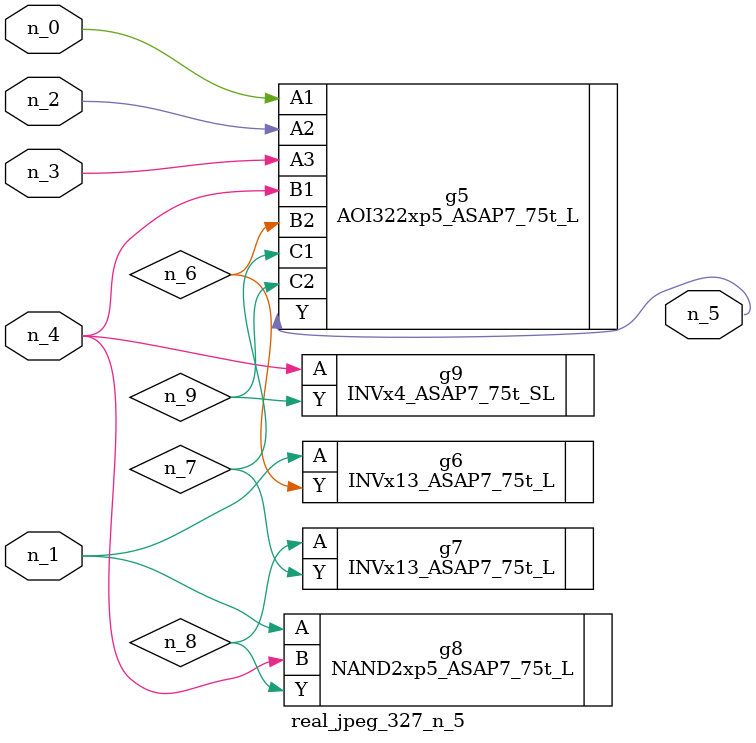
<source format=v>
module real_jpeg_327_n_5 (n_4, n_0, n_1, n_2, n_3, n_5);

input n_4;
input n_0;
input n_1;
input n_2;
input n_3;

output n_5;

wire n_8;
wire n_6;
wire n_7;
wire n_9;

AOI322xp5_ASAP7_75t_L g5 ( 
.A1(n_0),
.A2(n_2),
.A3(n_3),
.B1(n_4),
.B2(n_6),
.C1(n_7),
.C2(n_9),
.Y(n_5)
);

INVx13_ASAP7_75t_L g6 ( 
.A(n_1),
.Y(n_6)
);

NAND2xp5_ASAP7_75t_L g8 ( 
.A(n_1),
.B(n_4),
.Y(n_8)
);

INVx4_ASAP7_75t_SL g9 ( 
.A(n_4),
.Y(n_9)
);

INVx13_ASAP7_75t_L g7 ( 
.A(n_8),
.Y(n_7)
);


endmodule
</source>
